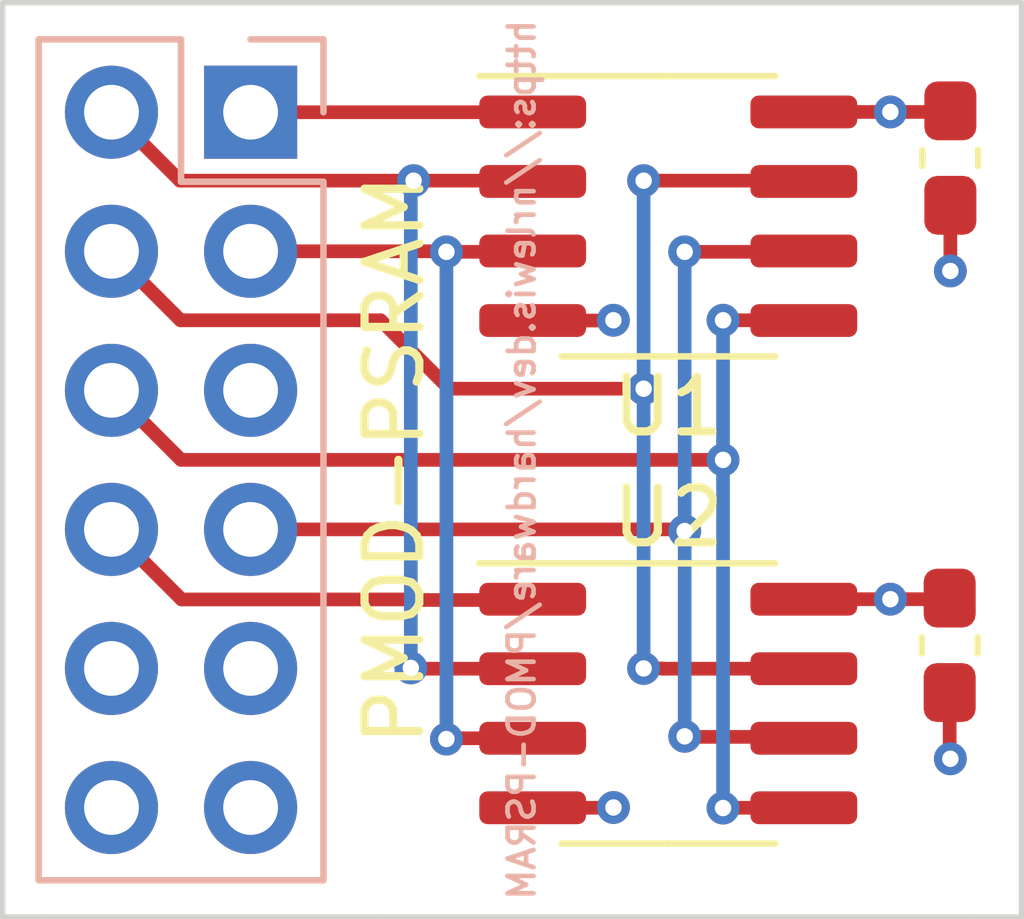
<source format=kicad_pcb>
(kicad_pcb (version 20211014) (generator pcbnew)
  (layers (0 "F.Cu" signal) (1 "In1.Cu" power) (2 "In2.Cu" power) (31 "B.Cu" signal) (34 "B.Paste" user) (35 "F.Paste" user) (36 "B.SilkS" user "B.Silkscreen") (37 "F.SilkS" user "F.Silkscreen") (38 "B.Mask" user) (39 "F.Mask" user) (44 "Edge.Cuts" user))
  (net 0 "")
  (net 1 "+3V3")
  (net 2 "GND")
  (net 3 "~{CE0}")
  (net 4 "SIO1")
  (net 5 "SIO0")
  (net 6 "SIO2")
  (net 7 "SCLK")
  (net 8 "SIO3")
  (net 9 "~{CE1}")
  (footprint "Capacitor_SMD:C_0603_1608Metric_Pad1.08x0.95mm_HandSolder" (layer "F.Cu") (at 156.8125 101.7875 -90)
    (fp_text reference "C2" hide)
    (fp_text value "100n" hide)
    (fp_line (start -0.146267 -0.51) (end 0.146267 -0.51) (layer "F.SilkS") (width 0.12))
    (fp_line (start -0.146267 0.51) (end 0.146267 0.51) (layer "F.SilkS") (width 0.12))
    (pad "1" smd roundrect (at -0.8625 0 270) (size 1.075 0.95) (layers "F.Cu" "F.Paste" "F.Mask") (net 1 "+3V3"))
    (pad "2" smd roundrect (at 0.8625 0 270) (size 1.075 0.95) (layers "F.Cu" "F.Paste" "F.Mask") (net 2 "GND"))
  )
  (footprint "Package_SO:SOIC-8_3.9x4.9mm_P1.27mm" (layer "F.Cu") (at 151.675 93.95)
    (fp_text reference "U1" (at 0 3.475) (layer "F.SilkS"))
    (fp_text value "ESP-PSRAM32" hide)
    (fp_line (start 0 -2.56) (end -3.45 -2.56) (layer "F.SilkS") (width 0.12))
    (fp_line (start 0 2.56) (end 1.95 2.56) (layer "F.SilkS") (width 0.12))
    (fp_line (start 0 -2.56) (end 1.95 -2.56) (layer "F.SilkS") (width 0.12))
    (fp_line (start 0 2.56) (end -1.95 2.56) (layer "F.SilkS") (width 0.12))
    (pad "1" smd roundrect (at -2.475 -1.905) (size 1.95 0.6) (layers "F.Cu" "F.Paste" "F.Mask") (net 3 "~{CE0}"))
    (pad "2" smd roundrect (at -2.475 -0.635) (size 1.95 0.6) (layers "F.Cu" "F.Paste" "F.Mask") (net 4 "SIO1"))
    (pad "3" smd roundrect (at -2.475 0.635) (size 1.95 0.6) (layers "F.Cu" "F.Paste" "F.Mask") (net 6 "SIO2"))
    (pad "4" smd roundrect (at -2.475 1.905) (size 1.95 0.6) (layers "F.Cu" "F.Paste" "F.Mask") (net 2 "GND"))
    (pad "5" smd roundrect (at 2.475 1.905) (size 1.95 0.6) (layers "F.Cu" "F.Paste" "F.Mask") (net 5 "SIO0"))
    (pad "6" smd roundrect (at 2.475 0.635) (size 1.95 0.6) (layers "F.Cu" "F.Paste" "F.Mask") (net 7 "SCLK"))
    (pad "7" smd roundrect (at 2.475 -0.635) (size 1.95 0.6) (layers "F.Cu" "F.Paste" "F.Mask") (net 8 "SIO3"))
    (pad "8" smd roundrect (at 2.475 -1.905) (size 1.95 0.6) (layers "F.Cu" "F.Paste" "F.Mask") (net 1 "+3V3"))
  )
  (footprint "Package_SO:SOIC-8_3.9x4.9mm_P1.27mm" (layer "F.Cu") (at 151.675 102.85)
    (fp_text reference "U2" (at 0 -3.4) (layer "F.SilkS"))
    (fp_text value "ESP-PSRAM32" hide)
    (fp_line (start 0 2.56) (end -1.95 2.56) (layer "F.SilkS") (width 0.12))
    (fp_line (start 0 -2.56) (end 1.95 -2.56) (layer "F.SilkS") (width 0.12))
    (fp_line (start 0 2.56) (end 1.95 2.56) (layer "F.SilkS") (width 0.12))
    (fp_line (start 0 -2.56) (end -3.45 -2.56) (layer "F.SilkS") (width 0.12))
    (pad "1" smd roundrect (at -2.475 -1.905) (size 1.95 0.6) (layers "F.Cu" "F.Paste" "F.Mask") (net 9 "~{CE1}"))
    (pad "2" smd roundrect (at -2.475 -0.635) (size 1.95 0.6) (layers "F.Cu" "F.Paste" "F.Mask") (net 4 "SIO1"))
    (pad "3" smd roundrect (at -2.475 0.635) (size 1.95 0.6) (layers "F.Cu" "F.Paste" "F.Mask") (net 6 "SIO2"))
    (pad "4" smd roundrect (at -2.475 1.905) (size 1.95 0.6) (layers "F.Cu" "F.Paste" "F.Mask") (net 2 "GND"))
    (pad "5" smd roundrect (at 2.475 1.905) (size 1.95 0.6) (layers "F.Cu" "F.Paste" "F.Mask") (net 5 "SIO0"))
    (pad "6" smd roundrect (at 2.475 0.635) (size 1.95 0.6) (layers "F.Cu" "F.Paste" "F.Mask") (net 7 "SCLK"))
    (pad "7" smd roundrect (at 2.475 -0.635) (size 1.95 0.6) (layers "F.Cu" "F.Paste" "F.Mask") (net 8 "SIO3"))
    (pad "8" smd roundrect (at 2.475 -1.905) (size 1.95 0.6) (layers "F.Cu" "F.Paste" "F.Mask") (net 1 "+3V3"))
  )
  (footprint "Capacitor_SMD:C_0603_1608Metric_Pad1.08x0.95mm_HandSolder" (layer "F.Cu") (at 156.825 92.8875 -90)
    (fp_text reference "C1" hide)
    (fp_text value "100n" hide)
    (fp_line (start -0.146267 0.51) (end 0.146267 0.51) (layer "F.SilkS") (width 0.12))
    (fp_line (start -0.146267 -0.51) (end 0.146267 -0.51) (layer "F.SilkS") (width 0.12))
    (pad "1" smd roundrect (at -0.8625 0 270) (size 1.075 0.95) (layers "F.Cu" "F.Paste" "F.Mask") (net 1 "+3V3"))
    (pad "2" smd roundrect (at 0.8625 0 270) (size 1.075 0.95) (layers "F.Cu" "F.Paste" "F.Mask") (net 2 "GND"))
  )
  (footprint "Connector_PinHeader_2.54mm:PinHeader_2x06_P2.54mm_Vertical" (layer "B.Cu") (at 144.05 92.05 180)
    (fp_text reference "J1" hide)
    (fp_text value "PMOD" hide)
    (fp_line (start -1.33 -1.27) (end 1.27 -1.27) (layer "B.SilkS") (width 0.12))
    (fp_line (start -1.33 1.33) (end 0 1.33) (layer "B.SilkS") (width 0.12))
    (fp_line (start 1.27 -1.27) (end 1.27 1.33) (layer "B.SilkS") (width 0.12))
    (fp_line (start -1.33 -14.03) (end 3.87 -14.03) (layer "B.SilkS") (width 0.12))
    (fp_line (start -1.33 -1.27) (end -1.33 -14.03) (layer "B.SilkS") (width 0.12))
    (fp_line (start 3.87 1.33) (end 3.87 -14.03) (layer "B.SilkS") (width 0.12))
    (fp_line (start -1.33 0) (end -1.33 1.33) (layer "B.SilkS") (width 0.12))
    (fp_line (start 1.27 1.33) (end 3.87 1.33) (layer "B.SilkS") (width 0.12))
    (pad "1" thru_hole rect (at 0 0 180) (size 1.7 1.7) (drill 1) (layers *.Cu *.Mask) (net 3 "~{CE0}"))
    (pad "2" thru_hole oval (at 2.54 0 180) (size 1.7 1.7) (drill 1) (layers *.Cu *.Mask) (net 4 "SIO1"))
    (pad "3" thru_hole oval (at 0 -2.54 180) (size 1.7 1.7) (drill 1) (layers *.Cu *.Mask) (net 6 "SIO2"))
    (pad "4" thru_hole oval (at 2.54 -2.54 180) (size 1.7 1.7) (drill 1) (layers *.Cu *.Mask) (net 8 "SIO3"))
    (pad "5" thru_hole oval (at 0 -5.08 180) (size 1.7 1.7) (drill 1) (layers *.Cu *.Mask))
    (pad "6" thru_hole oval (at 2.54 -5.08 180) (size 1.7 1.7) (drill 1) (layers *.Cu *.Mask) (net 5 "SIO0"))
    (pad "7" thru_hole oval (at 0 -7.62 180) (size 1.7 1.7) (drill 1) (layers *.Cu *.Mask) (net 7 "SCLK"))
    (pad "8" thru_hole oval (at 2.54 -7.62 180) (size 1.7 1.7) (drill 1) (layers *.Cu *.Mask) (net 9 "~{CE1}"))
    (pad "9" thru_hole oval (at 0 -10.16 180) (size 1.7 1.7) (drill 1) (layers *.Cu *.Mask) (net 2 "GND"))
    (pad "10" thru_hole oval (at 2.54 -10.16 180) (size 1.7 1.7) (drill 1) (layers *.Cu *.Mask) (net 2 "GND"))
    (pad "11" thru_hole oval (at 0 -12.7 180) (size 1.7 1.7) (drill 1) (layers *.Cu *.Mask) (net 1 "+3V3"))
    (pad "12" thru_hole oval (at 2.54 -12.7 180) (size 1.7 1.7) (drill 1) (layers *.Cu *.Mask) (net 1 "+3V3"))
  )
  (gr_line (start 158.125 92) (end 158.125 94.05) (layer "Edge.Cuts") (width 0.1))
  (gr_line (start 141.725 90.05) (end 158.125 90.05) (layer "Edge.Cuts") (width 0.1))
  (gr_line (start 139.525 90.05) (end 141.725 90.05) (layer "Edge.Cuts") (width 0.1))
  (gr_line (start 139.525 92.4) (end 139.525 106.7) (layer "Edge.Cuts") (width 0.1))
  (gr_line (start 139.525 106.75) (end 140.225 106.75) (layer "Edge.Cuts") (width 0.1))
  (gr_line (start 156.275 106.75) (end 157.175 106.75) (layer "Edge.Cuts") (width 0.1))
  (gr_line (start 158.125 90.05) (end 158.125 92) (layer "Edge.Cuts") (width 0.1))
  (gr_line (start 140.225 106.75) (end 146.375 106.75) (layer "Edge.Cuts") (width 0.1))
  (gr_line (start 158.125 100.7) (end 158.125 103.35) (layer "Edge.Cuts") (width 0.1))
  (gr_line (start 139.525 106.7) (end 139.525 106.75) (layer "Edge.Cuts") (width 0.1))
  (gr_line (start 146.375 106.75) (end 156.275 106.75) (layer "Edge.Cuts") (width 0.1))
  (gr_line (start 158.125 94.05) (end 158.125 98.05) (layer "Edge.Cuts") (width 0.1))
  (gr_line (start 158.125 98.05) (end 158.125 100.7) (layer "Edge.Cuts") (width 0.1))
  (gr_line (start 158.125 106.75) (end 157.175 106.75) (layer "Edge.Cuts") (width 0.1))
  (gr_line (start 158.125 103.35) (end 158.125 106.75) (layer "Edge.Cuts") (width 0.1))
  (gr_line (start 139.525 90.05) (end 139.525 92.4) (layer "Edge.Cuts") (width 0.1))
  (gr_text "https://nrlewis.dev/hardware/PMOD-PSRAM" (at 149 98.4 90) (layer "B.SilkS") (effects (font (size 0.475 0.475) (thickness 0.085)) (justify mirror)))
  (gr_text "PMOD-PSRAM" (at 146.675 98.4 90) (layer "F.SilkS") (effects (font (size 1 1))))
  (segment (start 154.15 92.045) (end 155.73 92.045) (width 0.25) (layer "F.Cu") (net 1))
  (segment (start 155.73 100.945) (end 155.74 100.945) (width 0.25) (layer "F.Cu") (net 1))
  (segment (start 156.805 92.045) (end 156.825 92.025) (width 0.25) (layer "F.Cu") (net 1))
  (segment (start 155.73 92.045) (end 156.805 92.045) (width 0.25) (layer "F.Cu") (net 1))
  (segment (start 156.7925 100.945) (end 156.8125 100.925) (width 0.25) (layer "F.Cu") (net 1))
  (segment (start 154.15 100.945) (end 155.73 100.945) (width 0.25) (layer "F.Cu") (net 1))
  (segment (start 155.74 100.945) (end 156.7925 100.945) (width 0.25) (layer "F.Cu") (net 1))
  (via (at 155.73 100.945) (size 0.6) (drill 0.3) (layers "F.Cu" "B.Cu") (net 1))
  (via (at 155.73 92.045) (size 0.6) (drill 0.3) (layers "F.Cu" "B.Cu") (net 1))
  (segment (start 149.2 104.755) (end 150.67 104.755) (width 0.25) (layer "F.Cu") (net 2))
  (segment (start 156.825 93.75) (end 156.825 94.95) (width 0.25) (layer "F.Cu") (net 2))
  (segment (start 150.67 104.755) (end 150.675 104.75) (width 0.25) (layer "F.Cu") (net 2))
  (segment (start 150.6685 95.855) (end 150.6735 95.85) (width 0.25) (layer "F.Cu") (net 2))
  (segment (start 156.8125 102.65) (end 156.8125 103.8475) (width 0.25) (layer "F.Cu") (net 2))
  (segment (start 149.2 95.855) (end 150.6685 95.855) (width 0.25) (layer "F.Cu") (net 2))
  (segment (start 156.8125 103.8475) (end 156.825 103.86) (width 0.25) (layer "F.Cu") (net 2))
  (via (at 156.825 94.95) (size 0.6) (drill 0.3) (layers "F.Cu" "B.Cu") (net 2))
  (via (at 156.825 103.86) (size 0.6) (drill 0.3) (layers "F.Cu" "B.Cu") (net 2))
  (via (at 150.675 104.75) (size 0.6) (drill 0.3) (layers "F.Cu" "B.Cu") (net 2))
  (via (at 150.6735 95.85) (size 0.6) (drill 0.3) (layers "F.Cu" "B.Cu") (net 2))
  (segment (start 149.195 92.05) (end 149.2 92.045) (width 0.25) (layer "F.Cu") (net 3))
  (segment (start 144.05 92.05) (end 149.195 92.05) (width 0.25) (layer "F.Cu") (net 3))
  (segment (start 146.99 102.215) (end 146.975 102.2) (width 0.25) (layer "F.Cu") (net 4))
  (segment (start 149.2 102.215) (end 146.99 102.215) (width 0.25) (layer "F.Cu") (net 4))
  (segment (start 149.185 93.3) (end 149.2 93.315) (width 0.25) (layer "F.Cu") (net 4))
  (segment (start 141.51 92.05) (end 142.76 93.3) (width 0.25) (layer "F.Cu") (net 4))
  (segment (start 147.025 93.3) (end 149.185 93.3) (width 0.25) (layer "F.Cu") (net 4))
  (segment (start 142.76 93.3) (end 147.025 93.3) (width 0.25) (layer "F.Cu") (net 4))
  (via (at 147.025 93.3) (size 0.6) (drill 0.3) (layers "F.Cu" "B.Cu") (net 4))
  (via (at 146.975 102.2) (size 0.6) (drill 0.3) (layers "F.Cu" "B.Cu") (net 4))
  (segment (start 146.975 93.35) (end 147.025 93.3) (width 0.25) (layer "B.Cu") (net 4))
  (segment (start 146.975 102.2) (end 146.975 93.35) (width 0.25) (layer "B.Cu") (net 4))
  (segment (start 152.68 104.755) (end 152.675 104.76) (width 0.25) (layer "F.Cu") (net 5))
  (segment (start 154.145 95.85) (end 154.15 95.855) (width 0.25) (layer "F.Cu") (net 5))
  (segment (start 152.675 95.85) (end 154.145 95.85) (width 0.25) (layer "F.Cu") (net 5))
  (segment (start 142.78 98.4) (end 152.675 98.4) (width 0.25) (layer "F.Cu") (net 5))
  (segment (start 141.51 97.13) (end 142.78 98.4) (width 0.25) (layer "F.Cu") (net 5))
  (segment (start 154.15 104.755) (end 152.68 104.755) (width 0.25) (layer "F.Cu") (net 5))
  (via (at 152.675 104.76) (size 0.6) (drill 0.3) (layers "F.Cu" "B.Cu") (net 5))
  (via (at 152.675 98.4) (size 0.6) (drill 0.3) (layers "F.Cu" "B.Cu") (net 5))
  (via (at 152.675 95.85) (size 0.6) (drill 0.3) (layers "F.Cu" "B.Cu") (net 5))
  (segment (start 152.675 98.4) (end 152.675 104.76) (width 0.25) (layer "B.Cu") (net 5))
  (segment (start 152.675 98.3) (end 152.675 98.4) (width 0.25) (layer "B.Cu") (net 5))
  (segment (start 152.675 95.85) (end 152.675 98.3) (width 0.25) (layer "B.Cu") (net 5))
  (segment (start 149.2 103.485) (end 147.64 103.485) (width 0.25) (layer "F.Cu") (net 6))
  (segment (start 147.64 103.485) (end 147.625 103.5) (width 0.25) (layer "F.Cu") (net 6))
  (segment (start 147.615 94.59) (end 147.625 94.6) (width 0.25) (layer "F.Cu") (net 6))
  (segment (start 144.05 94.59) (end 147.615 94.59) (width 0.25) (layer "F.Cu") (net 6))
  (segment (start 149.185 94.6) (end 149.2 94.585) (width 0.25) (layer "F.Cu") (net 6))
  (segment (start 147.625 94.6) (end 149.185 94.6) (width 0.25) (layer "F.Cu") (net 6))
  (via (at 147.625 94.6) (size 0.6) (drill 0.3) (layers "F.Cu" "B.Cu") (net 6))
  (via (at 147.625 103.5) (size 0.6) (drill 0.3) (layers "F.Cu" "B.Cu") (net 6))
  (segment (start 147.625 103.5) (end 147.625 94.6) (width 0.25) (layer "B.Cu") (net 6))
  (segment (start 154.135 94.6) (end 154.15 94.585) (width 0.25) (layer "F.Cu") (net 7))
  (segment (start 144.05 99.67) (end 151.945 99.67) (width 0.25) (layer "F.Cu") (net 7))
  (segment (start 151.945 99.67) (end 151.975 99.7) (width 0.25) (layer "F.Cu") (net 7))
  (segment (start 151.975 94.6) (end 154.135 94.6) (width 0.25) (layer "F.Cu") (net 7))
  (segment (start 154.125 103.46) (end 154.15 103.485) (width 0.25) (layer "F.Cu") (net 7))
  (segment (start 151.975 103.46) (end 154.125 103.46) (width 0.25) (layer "F.Cu") (net 7))
  (via (at 151.975 99.7) (size 0.6) (drill 0.3) (layers "F.Cu" "B.Cu") (net 7))
  (via (at 151.975 103.45) (size 0.6) (drill 0.3) (layers "F.Cu" "B.Cu") (net 7))
  (via (at 151.975 94.6) (size 0.6) (drill 0.3) (layers "F.Cu" "B.Cu") (net 7))
  (segment (start 151.975 99.7) (end 151.975 94.6) (width 0.25) (layer "B.Cu") (net 7))
  (segment (start 151.975 103.46) (end 151.975 99.7) (width 0.25) (layer "B.Cu") (net 7))
  (segment (start 154.15 102.215) (end 151.58 102.215) (width 0.25) (layer "F.Cu") (net 8))
  (segment (start 141.51 94.59) (end 142.77 95.85) (width 0.25) (layer "F.Cu") (net 8))
  (segment (start 142.77 95.85) (end 146.425 95.85) (width 0.25) (layer "F.Cu") (net 8))
  (segment (start 154.135 93.3) (end 151.225 93.3) (width 0.25) (layer "F.Cu") (net 8))
  (segment (start 151.575 102.21) (end 151.225 102.21) (width 0.25) (layer "F.Cu") (net 8))
  (segment (start 147.675 97.1) (end 151.225 97.1) (width 0.25) (layer "F.Cu") (net 8))
  (segment (start 154.15 93.315) (end 154.135 93.3) (width 0.25) (layer "F.Cu") (net 8))
  (segment (start 146.425 95.85) (end 147.675 97.1) (width 0.25) (layer "F.Cu") (net 8))
  (segment (start 151.58 102.215) (end 151.575 102.21) (width 0.25) (layer "F.Cu") (net 8))
  (via (at 151.225 97.1) (size 0.6) (drill 0.3) (layers "F.Cu" "B.Cu") (net 8))
  (via (at 151.225 102.21) (size 0.6) (drill 0.3) (layers "F.Cu" "B.Cu") (net 8))
  (via (at 151.225 93.3) (size 0.6) (drill 0.3) (layers "F.Cu" "B.Cu") (net 8))
  (segment (start 151.225 97.1) (end 151.225 102.21) (width 0.25) (layer "B.Cu") (net 8))
  (segment (start 151.225 93.3) (end 151.225 97.1) (width 0.25) (layer "B.Cu") (net 8))
  (segment (start 142.79 100.95) (end 147.065 100.95) (width 0.25) (layer "F.Cu") (net 9))
  (segment (start 147.075 100.96) (end 149.185 100.96) (width 0.25) (layer "F.Cu") (net 9))
  (segment (start 141.51 99.67) (end 142.79 100.95) (width 0.25) (layer "F.Cu") (net 9))
  (segment (start 147.065 100.95) (end 147.075 100.96) (width 0.25) (layer "F.Cu") (net 9))
  (segment (start 149.185 100.96) (end 149.2 100.945) (width 0.25) (layer "F.Cu") (net 9))
)
</source>
